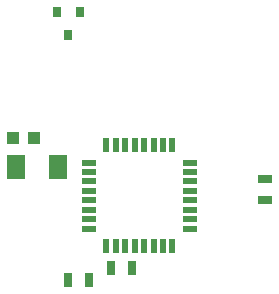
<source format=gtp>
G75*
G70*
%OFA0B0*%
%FSLAX24Y24*%
%IPPOS*%
%LPD*%
%AMOC8*
5,1,8,0,0,1.08239X$1,22.5*
%
%ADD10R,0.0500X0.0220*%
%ADD11R,0.0220X0.0500*%
%ADD12R,0.0315X0.0354*%
%ADD13R,0.0433X0.0394*%
%ADD14R,0.0472X0.0315*%
%ADD15R,0.0315X0.0472*%
%ADD16R,0.0591X0.0827*%
D10*
X005417Y002758D03*
X005417Y003073D03*
X005417Y003388D03*
X005417Y003703D03*
X005417Y004017D03*
X005417Y004332D03*
X005417Y004647D03*
X005417Y004962D03*
X008797Y004962D03*
X008797Y004647D03*
X008797Y004332D03*
X008797Y004017D03*
X008797Y003703D03*
X008797Y003388D03*
X008797Y003073D03*
X008797Y002758D03*
D11*
X008209Y002170D03*
X007894Y002170D03*
X007579Y002170D03*
X007264Y002170D03*
X006949Y002170D03*
X006634Y002170D03*
X006319Y002170D03*
X006004Y002170D03*
X006004Y005550D03*
X006319Y005550D03*
X006634Y005550D03*
X006949Y005550D03*
X007264Y005550D03*
X007579Y005550D03*
X007894Y005550D03*
X008209Y005550D03*
D12*
X005118Y009985D03*
X004744Y009197D03*
X004370Y009985D03*
D13*
X003579Y005791D03*
X002910Y005791D03*
D14*
X011309Y004411D03*
X011309Y003702D03*
D15*
X006872Y001448D03*
X006163Y001448D03*
X005437Y001049D03*
X004728Y001049D03*
D16*
X002978Y004812D03*
X004396Y004812D03*
M02*

</source>
